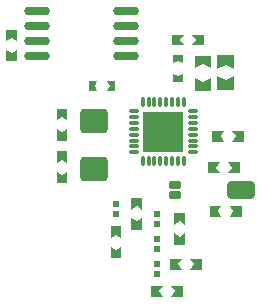
<source format=gtp>
G04*
G04 #@! TF.GenerationSoftware,Altium Limited,Altium Designer,18.1.6 (161)*
G04*
G04 Layer_Color=8421504*
%FSLAX24Y24*%
%MOIN*%
G70*
G01*
G75*
%ADD14O,0.0850X0.0295*%
%ADD15R,0.0236X0.0217*%
G04:AMPARAMS|DCode=16|XSize=43.3mil|YSize=23.6mil|CornerRadius=5.9mil|HoleSize=0mil|Usage=FLASHONLY|Rotation=0.000|XOffset=0mil|YOffset=0mil|HoleType=Round|Shape=RoundedRectangle|*
%AMROUNDEDRECTD16*
21,1,0.0433,0.0118,0,0,0.0*
21,1,0.0315,0.0236,0,0,0.0*
1,1,0.0118,0.0157,-0.0059*
1,1,0.0118,-0.0157,-0.0059*
1,1,0.0118,-0.0157,0.0059*
1,1,0.0118,0.0157,0.0059*
%
%ADD16ROUNDEDRECTD16*%
G04:AMPARAMS|DCode=17|XSize=94.5mil|YSize=59.1mil|CornerRadius=14.8mil|HoleSize=0mil|Usage=FLASHONLY|Rotation=0.000|XOffset=0mil|YOffset=0mil|HoleType=Round|Shape=RoundedRectangle|*
%AMROUNDEDRECTD17*
21,1,0.0945,0.0295,0,0,0.0*
21,1,0.0650,0.0591,0,0,0.0*
1,1,0.0295,0.0325,-0.0148*
1,1,0.0295,-0.0325,-0.0148*
1,1,0.0295,-0.0325,0.0148*
1,1,0.0295,0.0325,0.0148*
%
%ADD17ROUNDEDRECTD17*%
G04:AMPARAMS|DCode=18|XSize=90.6mil|YSize=82.7mil|CornerRadius=12.4mil|HoleSize=0mil|Usage=FLASHONLY|Rotation=180.000|XOffset=0mil|YOffset=0mil|HoleType=Round|Shape=RoundedRectangle|*
%AMROUNDEDRECTD18*
21,1,0.0906,0.0579,0,0,180.0*
21,1,0.0657,0.0827,0,0,180.0*
1,1,0.0248,-0.0329,0.0289*
1,1,0.0248,0.0329,0.0289*
1,1,0.0248,0.0329,-0.0289*
1,1,0.0248,-0.0329,-0.0289*
%
%ADD18ROUNDEDRECTD18*%
%ADD19O,0.0335X0.0110*%
%ADD20O,0.0110X0.0335*%
%ADD21R,0.1358X0.1358*%
G36*
X31192Y33159D02*
X31015Y33278D01*
X30838Y33159D01*
Y33553D01*
X31192D01*
Y33159D01*
D02*
G37*
G36*
X36939Y32835D02*
X36545D01*
X36663Y33012D01*
X36545Y33189D01*
X36939D01*
Y32835D01*
D02*
G37*
G36*
X36152Y33012D02*
X36270Y32835D01*
X35876D01*
Y33189D01*
X36270D01*
X36152Y33012D01*
D02*
G37*
G36*
X31192Y32490D02*
X30838D01*
Y32884D01*
X31015Y32766D01*
X31192Y32884D01*
Y32490D01*
D02*
G37*
G36*
X33681Y31614D02*
X33504Y31732D01*
X33327Y31614D01*
Y32008D01*
X33681D01*
Y31614D01*
D02*
G37*
G36*
X36998Y31378D02*
X36604D01*
X36722Y31555D01*
X36604Y31732D01*
X36998D01*
Y31378D01*
D02*
G37*
G36*
X36211Y31555D02*
X36329Y31378D01*
X35935D01*
Y31732D01*
X36329D01*
X36211Y31555D01*
D02*
G37*
G36*
X33681Y30945D02*
X33327D01*
Y31339D01*
X33504Y31220D01*
X33681Y31339D01*
Y30945D01*
D02*
G37*
G36*
X35108Y31102D02*
X34931Y31220D01*
X34754Y31102D01*
Y31496D01*
X35108D01*
Y31102D01*
D02*
G37*
G36*
Y30433D02*
X34754D01*
Y30827D01*
X34931Y30709D01*
X35108Y30827D01*
Y30433D01*
D02*
G37*
G36*
X32992Y30659D02*
X32815Y30778D01*
X32638Y30659D01*
Y31053D01*
X32992D01*
Y30659D01*
D02*
G37*
G36*
Y29990D02*
X32638D01*
Y30384D01*
X32815Y30266D01*
X32992Y30384D01*
Y29990D01*
D02*
G37*
G36*
X35679Y29616D02*
X35285D01*
X35404Y29793D01*
X35285Y29970D01*
X35679D01*
Y29616D01*
D02*
G37*
G36*
X34892Y29793D02*
X35010Y29616D01*
X34616D01*
Y29970D01*
X35010D01*
X34892Y29793D01*
D02*
G37*
G36*
X35039Y28711D02*
X34646D01*
X34764Y28888D01*
X34646Y29065D01*
X35039D01*
Y28711D01*
D02*
G37*
G36*
X34252Y28888D02*
X34370Y28711D01*
X33976D01*
Y29065D01*
X34370D01*
X34252Y28888D01*
D02*
G37*
G36*
X29508Y37224D02*
X29331Y37343D01*
X29154Y37224D01*
Y37618D01*
X29508D01*
Y37224D01*
D02*
G37*
G36*
X35748Y37096D02*
X35354D01*
X35472Y37274D01*
X35354Y37451D01*
X35748D01*
Y37096D01*
D02*
G37*
G36*
X34961Y37274D02*
X35079Y37096D01*
X34685D01*
Y37451D01*
X35079D01*
X34961Y37274D01*
D02*
G37*
G36*
X29508Y36555D02*
X29154D01*
Y36949D01*
X29331Y36831D01*
X29508Y36949D01*
Y36555D01*
D02*
G37*
G36*
X35059Y36486D02*
X34882Y36565D01*
X34705Y36486D01*
Y36762D01*
X35059D01*
Y36486D01*
D02*
G37*
G36*
X35984Y36329D02*
X35709Y36457D01*
X35433Y36329D01*
Y36742D01*
X35984D01*
Y36329D01*
D02*
G37*
G36*
X36762Y36309D02*
X36476Y36437D01*
X36191Y36309D01*
Y36762D01*
X36762D01*
Y36309D01*
D02*
G37*
G36*
X35059Y35876D02*
X34705D01*
Y36152D01*
X34882Y36073D01*
X35059Y36152D01*
Y35876D01*
D02*
G37*
G36*
X36762Y35600D02*
X36191D01*
Y36053D01*
X36476Y35925D01*
X36762Y36053D01*
Y35600D01*
D02*
G37*
G36*
X35984Y35581D02*
X35433D01*
Y35994D01*
X35709Y35866D01*
X35984Y35994D01*
Y35581D01*
D02*
G37*
G36*
X32795Y35561D02*
X32519D01*
X32598Y35738D01*
X32519Y35915D01*
X32795D01*
Y35561D01*
D02*
G37*
G36*
X32106Y35738D02*
X32185Y35561D01*
X31909D01*
Y35915D01*
X32185D01*
X32106Y35738D01*
D02*
G37*
G36*
X31191Y34587D02*
X31014Y34705D01*
X30837Y34587D01*
Y34980D01*
X31191D01*
Y34587D01*
D02*
G37*
G36*
Y33917D02*
X30837D01*
Y34311D01*
X31014Y34193D01*
X31191Y34311D01*
Y33917D01*
D02*
G37*
G36*
X37087Y33878D02*
X36693D01*
X36811Y34055D01*
X36693Y34232D01*
X37087D01*
Y33878D01*
D02*
G37*
G36*
X36299Y34055D02*
X36417Y33878D01*
X36024D01*
Y34232D01*
X36417D01*
X36299Y34055D01*
D02*
G37*
D14*
X33142Y38236D02*
D03*
Y37236D02*
D03*
Y36736D02*
D03*
X30192Y38236D02*
D03*
Y37236D02*
D03*
Y36736D02*
D03*
X33142Y37736D02*
D03*
X30192D02*
D03*
D15*
X34173Y29469D02*
D03*
Y29803D02*
D03*
Y30315D02*
D03*
Y30650D02*
D03*
Y31142D02*
D03*
Y31476D02*
D03*
X32815Y31811D02*
D03*
Y31476D02*
D03*
D16*
X34783Y32096D02*
D03*
Y32451D02*
D03*
D17*
X36969Y32274D02*
D03*
D18*
X32096Y34557D02*
D03*
Y32982D02*
D03*
D19*
X33415Y33524D02*
D03*
Y33720D02*
D03*
Y33917D02*
D03*
Y34114D02*
D03*
Y34311D02*
D03*
Y34508D02*
D03*
Y34705D02*
D03*
Y34902D02*
D03*
X35364D02*
D03*
Y34705D02*
D03*
Y34508D02*
D03*
Y34311D02*
D03*
Y34114D02*
D03*
Y33917D02*
D03*
Y33720D02*
D03*
Y33524D02*
D03*
D20*
X33701Y35187D02*
D03*
X33898D02*
D03*
X34094D02*
D03*
X34291D02*
D03*
X34488D02*
D03*
X34685D02*
D03*
X34882D02*
D03*
X35079D02*
D03*
Y33238D02*
D03*
X34882D02*
D03*
X34685D02*
D03*
X34488D02*
D03*
X34291D02*
D03*
X34094D02*
D03*
X33898D02*
D03*
X33701D02*
D03*
D21*
X34390Y34213D02*
D03*
M02*

</source>
